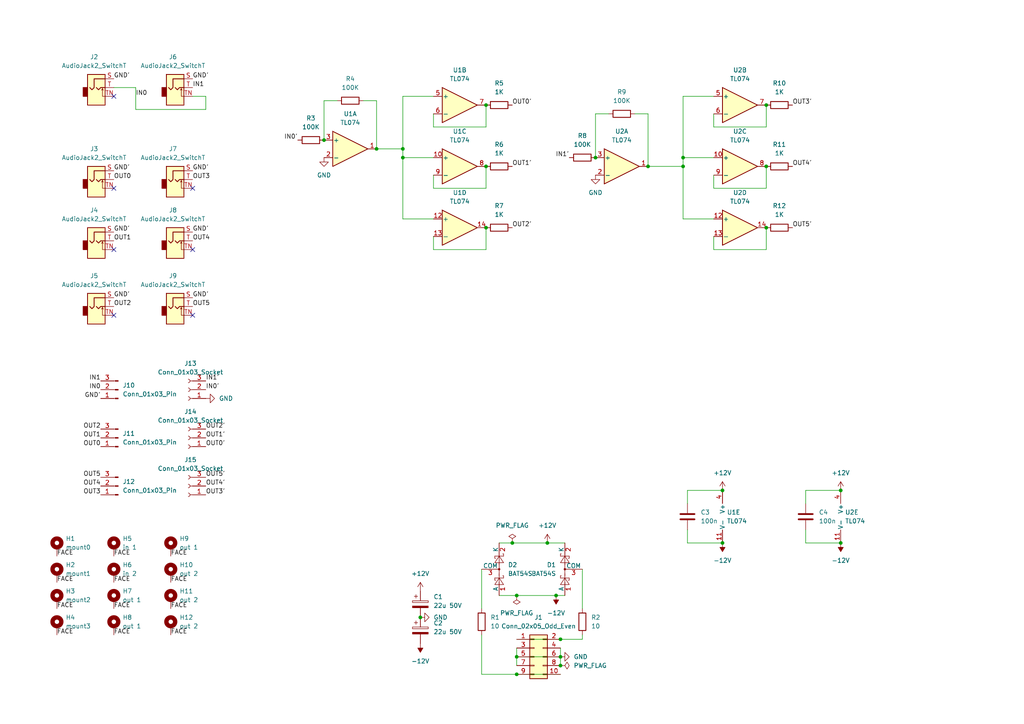
<source format=kicad_sch>
(kicad_sch (version 20230121) (generator eeschema)
  (paper "A4")
  (lib_symbols
    (symbol "Amplifier_Operational:TL074" (pin_names (offset 0.127))
      (property "Reference" "U" (at 0 5.08 0))
      (property "Value" "TL074" (at 0 -5.08 0))
      (symbol "TL074_1_1"
        (polyline (pts (xy -5.08 5.08) (xy 5.08 0) (xy -5.08 -5.08) (xy -5.08 5.08)) (stroke (width 0.254)) (fill (type background)))
        (pin output line (at 7.62 0 180) (length 2.54) (name "~") (number "1"))
        (pin input line (at -7.62 -2.54 0) (length 2.54) (name "-") (number "2"))
        (pin input line (at -7.62 2.54 0) (length 2.54) (name "+") (number "3"))
      )
      (symbol "TL074_2_1"
        (polyline (pts (xy -5.08 5.08) (xy 5.08 0) (xy -5.08 -5.08) (xy -5.08 5.08)) (stroke (width 0.254)) (fill (type background)))
        (pin input line (at -7.62 2.54 0) (length 2.54) (name "+") (number "5"))
        (pin input line (at -7.62 -2.54 0) (length 2.54) (name "-") (number "6"))
        (pin output line (at 7.62 0 180) (length 2.54) (name "~") (number "7"))
      )
      (symbol "TL074_3_1"
        (polyline (pts (xy -5.08 5.08) (xy 5.08 0) (xy -5.08 -5.08) (xy -5.08 5.08)) (stroke (width 0.254)) (fill (type background)))
        (pin input line (at -7.62 2.54 0) (length 2.54) (name "+") (number "10"))
        (pin output line (at 7.62 0 180) (length 2.54) (name "~") (number "8"))
        (pin input line (at -7.62 -2.54 0) (length 2.54) (name "-") (number "9"))
      )
      (symbol "TL074_4_1"
        (polyline (pts (xy -5.08 5.08) (xy 5.08 0) (xy -5.08 -5.08) (xy -5.08 5.08)) (stroke (width 0.254)) (fill (type background)))
        (pin input line (at -7.62 2.54 0) (length 2.54) (name "+") (number "12"))
        (pin input line (at -7.62 -2.54 0) (length 2.54) (name "-") (number "13"))
        (pin output line (at 7.62 0 180) (length 2.54) (name "~") (number "14"))
      )
      (symbol "TL074_5_1"
        (pin power_in line (at -2.54 -7.62 90) (length 3.81) (name "V-") (number "11"))
        (pin power_in line (at -2.54 7.62 270) (length 3.81) (name "V+") (number "4"))
      )
    )
    (symbol "Connector:Conn_01x03_Pin" (pin_names (offset 1.016) hide)
      (property "Reference" "J" (at 0 5.08 0))
      (property "Value" "Conn_01x03_Pin" (at 0 -5.08 0))
      (symbol "Conn_01x03_Pin_1_1"
        (polyline (pts (xy 1.27 -2.54) (xy 0.8636 -2.54)) (stroke (width 0.1524)))
        (polyline (pts (xy 1.27 0) (xy 0.8636 0)) (stroke (width 0.1524)))
        (polyline (pts (xy 1.27 2.54) (xy 0.8636 2.54)) (stroke (width 0.1524)))
        (rectangle (start 0.8636 -2.413) (end 0 -2.667) (stroke (width 0.1524)) (fill (type outline)))
        (rectangle (start 0.8636 0.127) (end 0 -0.127) (stroke (width 0.1524)) (fill (type outline)))
        (rectangle (start 0.8636 2.667) (end 0 2.413) (stroke (width 0.1524)) (fill (type outline)))
        (pin passive line (at 5.08 2.54 180) (length 3.81) (name "Pin_1") (number "1"))
        (pin passive line (at 5.08 0 180) (length 3.81) (name "Pin_2") (number "2"))
        (pin passive line (at 5.08 -2.54 180) (length 3.81) (name "Pin_3") (number "3"))
      )
    )
    (symbol "Connector:Conn_01x03_Socket" (pin_names (offset 1.016) hide)
      (property "Reference" "J" (at 0 5.08 0))
      (property "Value" "Conn_01x03_Socket" (at 0 -5.08 0))
      (symbol "Conn_01x03_Socket_1_1"
        (arc (start 0 -2.032) (mid -0.5058 -2.54) (end 0 -3.048) (stroke (width 0.1524)))
        (polyline (pts (xy -1.27 -2.54) (xy -0.508 -2.54)) (stroke (width 0.1524)))
        (polyline (pts (xy -1.27 0) (xy -0.508 0)) (stroke (width 0.1524)))
        (polyline (pts (xy -1.27 2.54) (xy -0.508 2.54)) (stroke (width 0.1524)))
        (arc (start 0 0.508) (mid -0.5058 0) (end 0 -0.508) (stroke (width 0.1524)))
        (arc (start 0 3.048) (mid -0.5058 2.54) (end 0 2.032) (stroke (width 0.1524)))
        (pin passive line (at -5.08 2.54 0) (length 3.81) (name "Pin_1") (number "1"))
        (pin passive line (at -5.08 0 0) (length 3.81) (name "Pin_2") (number "2"))
        (pin passive line (at -5.08 -2.54 0) (length 3.81) (name "Pin_3") (number "3"))
      )
    )
    (symbol "Device:C" (pin_numbers hide) (pin_names (offset 0.254))
      (property "Reference" "C" (at 0.635 2.54 0))
      (property "Value" "C" (at 0.635 -2.54 0))
      (symbol "C_0_1"
        (polyline (pts (xy -2.032 -0.762) (xy 2.032 -0.762)) (stroke (width 0.508)))
        (polyline (pts (xy -2.032 0.762) (xy 2.032 0.762)) (stroke (width 0.508)))
      )
      (symbol "C_1_1"
        (pin passive line (at 0 3.81 270) (length 2.794) (name "~") (number "1"))
        (pin passive line (at 0 -3.81 90) (length 2.794) (name "~") (number "2"))
      )
    )
    (symbol "Device:C_Polarized" (pin_numbers hide) (pin_names (offset 0.254))
      (property "Reference" "C" (at 0.635 2.54 0))
      (property "Value" "C_Polarized" (at 0.635 -2.54 0))
      (symbol "C_Polarized_0_1"
        (rectangle (start -2.286 0.508) (end 2.286 1.016))
        (polyline (pts (xy -1.778 2.286) (xy -0.762 2.286)))
        (polyline (pts (xy -1.27 2.794) (xy -1.27 1.778)))
        (rectangle (start 2.286 -0.508) (end -2.286 -1.016) (fill (type outline)))
      )
      (symbol "C_Polarized_1_1"
        (pin passive line (at 0 3.81 270) (length 2.794) (name "~") (number "1"))
        (pin passive line (at 0 -3.81 90) (length 2.794) (name "~") (number "2"))
      )
    )
    (symbol "Device:R" (pin_numbers hide) (pin_names (offset 0))
      (property "Reference" "R" (at 2.032 0 90))
      (property "Value" "R" (at 0 0 90))
      (symbol "R_0_1"
        (rectangle (start -1.016 -2.54) (end 1.016 2.54) (stroke (width 0.254)))
      )
      (symbol "R_1_1"
        (pin passive line (at 0 3.81 270) (length 1.27) (name "~") (number "1"))
        (pin passive line (at 0 -3.81 90) (length 1.27) (name "~") (number "2"))
      )
    )
    (symbol "Eurorack:AudioJack2_SwitchT"
      (property "Reference" "J" (at 0 8.89 0))
      (property "Value" "AudioJack2_SwitchT" (at 0 6.35 0))
      (symbol "AudioJack2_SwitchT_0_1"
        (rectangle (start -2.54 0) (end -3.81 -2.54) (stroke (width 0.254)) (fill (type outline)))
        (rectangle (start -2.54 3.81) (end 2.54 -5.08) (stroke (width 0.254)) (fill (type background)))
        (polyline (pts (xy 1.778 -0.254) (xy 2.032 -0.762)))
        (polyline (pts (xy 0 0) (xy 0.635 -0.635) (xy 1.27 0) (xy 2.54 0)) (stroke (width 0.254)))
        (polyline (pts (xy 2.54 -2.54) (xy 1.778 -2.54) (xy 1.778 -0.254) (xy 1.524 -0.762)))
        (polyline (pts (xy 2.54 2.54) (xy -0.635 2.54) (xy -0.635 0) (xy -1.27 -0.635) (xy -1.905 0)) (stroke (width 0.254)))
      )
      (symbol "AudioJack2_SwitchT_1_1"
        (pin passive line (at 5.08 2.54 180) (length 2.54) (name "~") (number "S"))
        (pin passive line (at 5.08 0 180) (length 2.54) (name "~") (number "T"))
        (pin passive line (at 5.08 -2.54 180) (length 2.54) (name "~") (number "TN"))
      )
    )
    (symbol "Eurorack:BAT54S" (pin_names (offset 0))
      (property "Reference" "D" (at 2.54 -5.08 0))
      (property "Value" "BAT54S" (at -6.35 3.175 0))
      (symbol "BAT54S_0_1"
        (polyline (pts (xy -3.81 0) (xy -1.27 0)))
        (polyline (pts (xy -3.175 -1.27) (xy -3.175 -1.016)))
        (polyline (pts (xy -2.54 -1.27) (xy -3.175 -1.27)))
        (polyline (pts (xy -2.54 -1.27) (xy -2.54 1.27)))
        (polyline (pts (xy -2.54 1.27) (xy -1.905 1.27)))
        (polyline (pts (xy -1.905 0) (xy 1.905 0)))
        (polyline (pts (xy -1.905 1.27) (xy -1.905 1.016)))
        (polyline (pts (xy 1.27 0) (xy 3.81 0)))
        (polyline (pts (xy 3.175 -1.27) (xy 3.175 -1.016)))
        (polyline (pts (xy 3.81 -1.27) (xy 3.175 -1.27)))
        (polyline (pts (xy 3.81 -1.27) (xy 3.81 1.27)))
        (polyline (pts (xy 3.81 1.27) (xy 4.445 1.27)))
        (polyline (pts (xy 4.445 1.27) (xy 4.445 1.016)))
        (polyline (pts (xy -4.445 1.27) (xy -4.445 -1.27) (xy -2.54 0) (xy -4.445 1.27)))
        (polyline (pts (xy 1.905 1.27) (xy 1.905 -1.27) (xy 3.81 0) (xy 1.905 1.27)))
        (circle (center 0 0) (radius 0.254) (fill (type outline)))
      )
      (symbol "BAT54S_1_1"
        (pin passive line (at -7.62 0 0) (length 3.81) (name "A") (number "1"))
        (pin passive line (at 7.62 0 180) (length 3.81) (name "K") (number "2"))
        (pin passive line (at 0 -5.08 90) (length 5.08) (name "COM") (number "3"))
      )
    )
    (symbol "Eurorack:Conn_02x05_Odd_Even" (pin_names (offset 1.016) hide)
      (property "Reference" "J" (at 1.27 7.62 0))
      (property "Value" "Conn_02x05_Odd_Even" (at 1.27 -7.62 0))
      (symbol "Conn_02x05_Odd_Even_1_1"
        (rectangle (start -1.27 -4.953) (end 0 -5.207) (stroke (width 0.1524)))
        (rectangle (start -1.27 -2.413) (end 0 -2.667) (stroke (width 0.1524)))
        (rectangle (start -1.27 0.127) (end 0 -0.127) (stroke (width 0.1524)))
        (rectangle (start -1.27 2.667) (end 0 2.413) (stroke (width 0.1524)))
        (rectangle (start -1.27 5.207) (end 0 4.953) (stroke (width 0.1524)))
        (rectangle (start -1.27 6.35) (end 3.81 -6.35) (stroke (width 0.254)) (fill (type background)))
        (rectangle (start 3.81 -4.953) (end 2.54 -5.207) (stroke (width 0.1524)))
        (rectangle (start 3.81 -2.413) (end 2.54 -2.667) (stroke (width 0.1524)))
        (rectangle (start 3.81 0.127) (end 2.54 -0.127) (stroke (width 0.1524)))
        (rectangle (start 3.81 2.667) (end 2.54 2.413) (stroke (width 0.1524)))
        (rectangle (start 3.81 5.207) (end 2.54 4.953) (stroke (width 0.1524)))
        (pin passive line (at -5.08 5.08 0) (length 3.81) (name "Pin_1") (number "1"))
        (pin passive line (at 7.62 -5.08 180) (length 3.81) (name "Pin_10") (number "10"))
        (pin passive line (at 7.62 5.08 180) (length 3.81) (name "Pin_2") (number "2"))
        (pin passive line (at -5.08 2.54 0) (length 3.81) (name "Pin_3") (number "3"))
        (pin passive line (at 7.62 2.54 180) (length 3.81) (name "Pin_4") (number "4"))
        (pin passive line (at -5.08 0 0) (length 3.81) (name "Pin_5") (number "5"))
        (pin passive line (at 7.62 0 180) (length 3.81) (name "Pin_6") (number "6"))
        (pin passive line (at -5.08 -2.54 0) (length 3.81) (name "Pin_7") (number "7"))
        (pin passive line (at 7.62 -2.54 180) (length 3.81) (name "Pin_8") (number "8"))
        (pin passive line (at -5.08 -5.08 0) (length 3.81) (name "Pin_9") (number "9"))
      )
    )
    (symbol "Eurorack:MountingHole_Pad_Output" (pin_numbers hide) (pin_names (offset 1.016) hide) (in_bom no)
      (property "Reference" "H" (at 0 6.35 0))
      (property "Value" "MountingHole_Pad_Output" (at 0 4.445 0))
      (symbol "MountingHole_Pad_Output_0_1"
        (circle (center 0 1.27) (radius 1.27) (stroke (width 1.27)))
      )
      (symbol "MountingHole_Pad_Output_1_1"
        (pin output line (at 0 -2.54 90) (length 2.54) (name "1") (number "1"))
      )
    )
    (symbol "Mechanical:MountingHole_Pad" (pin_numbers hide) (pin_names (offset 1.016) hide)
      (property "Reference" "H" (at 0 6.35 0))
      (property "Value" "MountingHole_Pad" (at 0 4.445 0))
      (symbol "MountingHole_Pad_0_1"
        (circle (center 0 1.27) (radius 1.27) (stroke (width 1.27)))
      )
      (symbol "MountingHole_Pad_1_1"
        (pin input line (at 0 -2.54 90) (length 2.54) (name "1") (number "1"))
      )
    )
    (symbol "power:+12V" (power) (pin_names (offset 0))
      (property "Value" "+12V" (at 0 3.556 0))
      (symbol "+12V_0_1"
        (polyline (pts (xy -0.762 1.27) (xy 0 2.54)))
        (polyline (pts (xy 0 0) (xy 0 2.54)))
        (polyline (pts (xy 0 2.54) (xy 0.762 1.27)))
      )
      (symbol "+12V_1_1"
        (pin power_in line (at 0 0 90) (length 0) hide (name "+12V") (number "1"))
      )
    )
    (symbol "power:-12V" (power) (pin_names (offset 0))
      (property "Value" "-12V" (at 0 3.81 0))
      (symbol "-12V_0_0"
        (pin power_in line (at 0 0 90) (length 0) hide (name "-12V") (number "1"))
      )
      (symbol "-12V_0_1"
        (polyline (pts (xy 0 0) (xy 0 1.27) (xy 0.762 1.27) (xy 0 2.54) (xy -0.762 1.27) (xy 0 1.27)) (fill (type outline)))
      )
    )
    (symbol "power:GND" (power) (pin_names (offset 0))
      (property "Value" "GND" (at 0 -3.81 0))
      (symbol "GND_0_1"
        (polyline (pts (xy 0 0) (xy 0 -1.27) (xy 1.27 -1.27) (xy 0 -2.54) (xy -1.27 -1.27) (xy 0 -1.27)))
      )
      (symbol "GND_1_1"
        (pin power_in line (at 0 0 270) (length 0) hide (name "GND") (number "1"))
      )
    )
    (symbol "power:PWR_FLAG" (power) (pin_numbers hide) (pin_names (offset 0) hide)
      (property "Value" "PWR_FLAG" (at 0 3.81 0))
      (symbol "PWR_FLAG_0_0"
        (pin power_out line (at 0 0 90) (length 0) (name "pwr") (number "1"))
      )
      (symbol "PWR_FLAG_0_1"
        (polyline (pts (xy 0 0) (xy 0 1.27) (xy -1.016 1.905) (xy 0 2.54) (xy 1.016 1.905) (xy 0 1.27)))
      )
    )
  )
  (junction (at 116.84 43.18))
  (junction (at 222.25 66.04))
  (junction (at 149.86 172.72))
  (junction (at 93.98 40.64))
  (junction (at 116.84 45.72))
  (junction (at 222.25 30.48))
  (junction (at 140.97 66.04))
  (junction (at 149.86 195.58))
  (junction (at 148.59 157.48))
  (junction (at 243.84 142.24))
  (junction (at 209.55 142.24))
  (junction (at 162.56 193.04))
  (junction (at 109.22 43.18))
  (junction (at 149.86 190.5))
  (junction (at 209.55 157.48))
  (junction (at 161.29 172.72))
  (junction (at 121.92 179.07))
  (junction (at 172.72 45.72))
  (junction (at 140.97 48.26))
  (junction (at 187.96 48.26))
  (junction (at 158.75 157.48))
  (junction (at 198.12 48.26))
  (junction (at 243.84 157.48))
  (junction (at 162.56 185.42))
  (junction (at 162.56 190.5))
  (junction (at 222.25 48.26))
  (junction (at 140.97 30.48))
  (junction (at 198.12 45.72))
  (no_connect (at 33.02 54.61))
  (no_connect (at 33.02 91.44))
  (no_connect (at 55.88 91.44))
  (no_connect (at 33.02 27.94))
  (no_connect (at 55.88 54.61))
  (no_connect (at 55.88 72.39))
  (no_connect (at 33.02 72.39))
  (wire (pts (xy 207.01 33.02) (xy 207.01 36.83)))
  (wire (pts (xy 144.78 157.48) (xy 148.59 157.48)))
  (wire (pts (xy 233.68 157.48) (xy 243.84 157.48)))
  (wire (pts (xy 184.15 33.02) (xy 187.96 33.02)))
  (wire (pts (xy 148.59 157.48) (xy 158.75 157.48)))
  (wire (pts (xy 222.25 54.61) (xy 222.25 48.26)))
  (wire (pts (xy 168.91 185.42) (xy 168.91 184.15)))
  (wire (pts (xy 125.73 27.94) (xy 116.84 27.94)))
  (wire (pts (xy 109.22 29.21) (xy 109.22 43.18)))
  (wire (pts (xy 149.86 190.5) (xy 162.56 190.5)))
  (wire (pts (xy 207.01 54.61) (xy 222.25 54.61)))
  (wire (pts (xy 125.73 45.72) (xy 116.84 45.72)))
  (wire (pts (xy 198.12 63.5) (xy 207.01 63.5)))
  (wire (pts (xy 207.01 68.58) (xy 207.01 72.39)))
  (wire (pts (xy 144.78 172.72) (xy 149.86 172.72)))
  (wire (pts (xy 125.73 68.58) (xy 125.73 72.39)))
  (wire (pts (xy 149.86 187.96) (xy 149.86 190.5)))
  (wire (pts (xy 199.39 142.24) (xy 199.39 146.05)))
  (wire (pts (xy 222.25 36.83) (xy 222.25 30.48)))
  (wire (pts (xy 207.01 72.39) (xy 222.25 72.39)))
  (wire (pts (xy 233.68 142.24) (xy 243.84 142.24)))
  (wire (pts (xy 187.96 48.26) (xy 198.12 48.26)))
  (wire (pts (xy 198.12 45.72) (xy 207.01 45.72)))
  (wire (pts (xy 207.01 27.94) (xy 198.12 27.94)))
  (wire (pts (xy 59.69 27.94) (xy 55.88 27.94)))
  (wire (pts (xy 125.73 36.83) (xy 140.97 36.83)))
  (wire (pts (xy 140.97 54.61) (xy 140.97 48.26)))
  (wire (pts (xy 33.02 25.4) (xy 39.37 25.4)))
  (wire (pts (xy 116.84 43.18) (xy 116.84 45.72)))
  (wire (pts (xy 233.68 153.67) (xy 233.68 157.48)))
  (wire (pts (xy 198.12 48.26) (xy 198.12 63.5)))
  (wire (pts (xy 116.84 45.72) (xy 116.84 63.5)))
  (wire (pts (xy 233.68 146.05) (xy 233.68 142.24)))
  (wire (pts (xy 187.96 33.02) (xy 187.96 48.26)))
  (wire (pts (xy 116.84 27.94) (xy 116.84 43.18)))
  (wire (pts (xy 207.01 50.8) (xy 207.01 54.61)))
  (wire (pts (xy 162.56 190.5) (xy 162.56 193.04)))
  (wire (pts (xy 149.86 185.42) (xy 162.56 185.42)))
  (wire (pts (xy 176.53 33.02) (xy 172.72 33.02)))
  (wire (pts (xy 109.22 43.18) (xy 116.84 43.18)))
  (wire (pts (xy 149.86 172.72) (xy 161.29 172.72)))
  (wire (pts (xy 59.69 31.75) (xy 59.69 27.94)))
  (wire (pts (xy 199.39 157.48) (xy 209.55 157.48)))
  (wire (pts (xy 222.25 72.39) (xy 222.25 66.04)))
  (wire (pts (xy 39.37 31.75) (xy 59.69 31.75)))
  (wire (pts (xy 198.12 27.94) (xy 198.12 45.72)))
  (wire (pts (xy 162.56 187.96) (xy 162.56 190.5)))
  (wire (pts (xy 161.29 172.72) (xy 163.83 172.72)))
  (wire (pts (xy 93.98 40.64) (xy 93.98 29.21)))
  (wire (pts (xy 125.73 50.8) (xy 125.73 54.61)))
  (wire (pts (xy 139.7 195.58) (xy 139.7 184.15)))
  (wire (pts (xy 172.72 33.02) (xy 172.72 45.72)))
  (wire (pts (xy 209.55 142.24) (xy 199.39 142.24)))
  (wire (pts (xy 162.56 185.42) (xy 168.91 185.42)))
  (wire (pts (xy 93.98 29.21) (xy 97.79 29.21)))
  (wire (pts (xy 125.73 54.61) (xy 140.97 54.61)))
  (wire (pts (xy 149.86 195.58) (xy 139.7 195.58)))
  (wire (pts (xy 139.7 165.1) (xy 139.7 176.53)))
  (wire (pts (xy 140.97 72.39) (xy 140.97 66.04)))
  (wire (pts (xy 125.73 72.39) (xy 140.97 72.39)))
  (wire (pts (xy 162.56 195.58) (xy 149.86 195.58)))
  (wire (pts (xy 39.37 25.4) (xy 39.37 31.75)))
  (wire (pts (xy 198.12 45.72) (xy 198.12 48.26)))
  (wire (pts (xy 116.84 63.5) (xy 125.73 63.5)))
  (wire (pts (xy 105.41 29.21) (xy 109.22 29.21)))
  (wire (pts (xy 149.86 190.5) (xy 149.86 193.04)))
  (wire (pts (xy 168.91 165.1) (xy 168.91 176.53)))
  (wire (pts (xy 158.75 157.48) (xy 163.83 157.48)))
  (wire (pts (xy 207.01 36.83) (xy 222.25 36.83)))
  (wire (pts (xy 125.73 33.02) (xy 125.73 36.83)))
  (wire (pts (xy 199.39 153.67) (xy 199.39 157.48)))
  (wire (pts (xy 140.97 36.83) (xy 140.97 30.48)))
  (label "OUT1'" (at 59.69 127 0))
  (label "IN1'" (at 59.69 110.49 0))
  (label "FACE" (at 49.53 168.91 0))
  (label "OUT4" (at 55.88 69.85 0))
  (label "OUT4'" (at 59.69 140.97 0))
  (label "FACE" (at 16.51 184.15 0))
  (label "GND'" (at 55.88 86.36 0))
  (label "OUT5" (at 55.88 88.9 0))
  (label "IN1" (at 55.88 25.4 0))
  (label "OUT0" (at 33.02 52.07 0))
  (label "IN1'" (at 165.1 45.72 180))
  (label "FACE" (at 49.53 184.15 0))
  (label "GND'" (at 55.88 49.53 0))
  (label "GND'" (at 55.88 67.31 0))
  (label "FACE" (at 33.02 184.15 0))
  (label "FACE" (at 16.51 161.29 0))
  (label "IN0" (at 39.37 27.94 0))
  (label "IN1" (at 29.21 110.49 180))
  (label "FACE" (at 33.02 161.29 0))
  (label "FACE" (at 16.51 176.53 0))
  (label "GND'" (at 33.02 86.36 0))
  (label "OUT0'" (at 148.59 30.48 0))
  (label "OUT3" (at 29.21 143.51 180))
  (label "OUT2" (at 33.02 88.9 0))
  (label "OUT0" (at 29.21 129.54 180))
  (label "IN0'" (at 59.69 113.03 0))
  (label "OUT2'" (at 148.59 66.04 0))
  (label "GND'" (at 33.02 22.86 0))
  (label "OUT5'" (at 59.69 138.43 0))
  (label "OUT0'" (at 59.69 129.54 0))
  (label "OUT2" (at 29.21 124.46 180))
  (label "OUT1'" (at 148.59 48.26 0))
  (label "GND'" (at 29.21 115.57 180))
  (label "OUT2'" (at 59.69 124.46 0))
  (label "OUT5" (at 29.21 138.43 180))
  (label "OUT3'" (at 59.69 143.51 0))
  (label "GND'" (at 55.88 22.86 0))
  (label "FACE" (at 49.53 161.29 0))
  (label "FACE" (at 33.02 176.53 0))
  (label "IN0" (at 29.21 113.03 180))
  (label "OUT4'" (at 229.87 48.26 0))
  (label "OUT3'" (at 229.87 30.48 0))
  (label "OUT3" (at 55.88 52.07 0))
  (label "OUT4" (at 29.21 140.97 180))
  (label "GND'" (at 33.02 49.53 0))
  (label "OUT5'" (at 229.87 66.04 0))
  (label "IN0'" (at 86.36 40.64 180))
  (label "FACE" (at 16.51 168.91 0))
  (label "FACE" (at 49.53 176.53 0))
  (label "OUT1" (at 33.02 69.85 0))
  (label "FACE" (at 33.02 168.91 0))
  (label "OUT1" (at 29.21 127 180))
  (label "GND'" (at 33.02 67.31 0))
  (symbol (lib_id "power:-12V") (at 161.29 172.72 180) (unit 1)
    (property "Reference" "#PWR05" (effects hide))
    (property "Value" "-12V" (at 161.29 177.8 0))
  )
  (symbol (lib_id "Device:R") (at 226.06 66.04 90) (unit 1)
    (property "Reference" "R12" (at 226.06 59.69 90))
    (property "Value" "1K" (at 226.06 62.23 90))
    (property "Footprint" "Resistor_SMD:R_0805_2012Metric" (effects hide))
  )
  (symbol (lib_id "Amplifier_Operational:TL074") (at 214.63 66.04 0) (unit 4)
    (property "Reference" "U2" (at 214.63 55.88 0))
    (property "Value" "TL074" (at 214.63 58.42 0))
    (property "Footprint" "Package_SO:SOIC-14_3.9x8.7mm_P1.27mm" (effects hide))
    (property "Datasheet" "http://www.ti.com/lit/ds/symlink/tl071.pdf" (effects hide))
    (property "Vendor" "Mouser" (effects hide))
    (property "PartNum" "595-TL074CDR" (effects hide))
  )
  (symbol (lib_id "Amplifier_Operational:TL074") (at 133.35 48.26 0) (unit 3)
    (property "Reference" "U1" (at 133.35 38.1 0))
    (property "Value" "TL074" (at 133.35 40.64 0))
    (property "Footprint" "Package_SO:SOIC-14_3.9x8.7mm_P1.27mm" (effects hide))
    (property "Datasheet" "http://www.ti.com/lit/ds/symlink/tl071.pdf" (effects hide))
    (property "Vendor" "Mouser" (effects hide))
    (property "PartNum" "595-TL074CDR" (effects hide))
  )
  (symbol (lib_id "Connector:Conn_01x03_Pin") (at 34.29 127 180) (unit 1)
    (property "Reference" "J11" (at 35.56 125.73 0) (effects (justify right)))
    (property "Value" "Conn_01x03_Pin" (at 35.56 128.27 0) (effects (justify right)))
    (property "Footprint" "Connector_PinHeader_2.54mm:PinHeader_1x03_P2.54mm_Vertical" (effects hide))
  )
  (symbol (lib_id "Connector:Conn_01x03_Socket") (at 54.61 140.97 180) (unit 1)
    (property "Reference" "J15" (at 55.245 133.35 0))
    (property "Value" "Conn_01x03_Socket" (at 55.245 135.89 0))
    (property "Footprint" "Connector_PinSocket_2.54mm:PinSocket_1x03_P2.54mm_Vertical" (effects hide))
  )
  (symbol (lib_id "Eurorack:AudioJack2_SwitchT") (at 50.8 25.4 0) (unit 1)
    (property "Reference" "J6" (at 50.165 16.51 0))
    (property "Value" "AudioJack2_SwitchT" (at 50.165 19.05 0))
    (property "Footprint" "Eurorack:AudioJack2_Tayda_A-2566" (effects hide))
    (property "Vendor" "Tayda" (effects hide))
    (property "PartNum" "A-2566" (effects hide))
  )
  (symbol (lib_id "power:GND") (at 93.98 45.72 0) (unit 1)
    (property "Reference" "#PWR015" (effects hide))
    (property "Value" "GND" (at 93.98 50.8 0))
  )
  (symbol (lib_id "Device:R") (at 180.34 33.02 90) (unit 1)
    (property "Reference" "R9" (at 180.34 26.67 90))
    (property "Value" "100K" (at 180.34 29.21 90))
    (property "Footprint" "Resistor_SMD:R_0805_2012Metric" (effects hide))
  )
  (symbol (lib_id "Connector:Conn_01x03_Socket") (at 54.61 127 180) (unit 1)
    (property "Reference" "J14" (at 55.245 119.38 0))
    (property "Value" "Conn_01x03_Socket" (at 55.245 121.92 0))
    (property "Footprint" "Connector_PinSocket_2.54mm:PinSocket_1x03_P2.54mm_Vertical" (effects hide))
  )
  (symbol (lib_id "Eurorack:AudioJack2_SwitchT") (at 27.94 52.07 0) (unit 1)
    (property "Reference" "J3" (at 27.305 43.18 0))
    (property "Value" "AudioJack2_SwitchT" (at 27.305 45.72 0))
    (property "Footprint" "Eurorack:AudioJack2_Tayda_A-2566" (effects hide))
    (property "Vendor" "Tayda" (effects hide))
    (property "PartNum" "A-2566" (effects hide))
  )
  (symbol (lib_id "Amplifier_Operational:TL074") (at 101.6 43.18 0) (unit 1)
    (property "Reference" "U1" (at 101.6 33.02 0))
    (property "Value" "TL074" (at 101.6 35.56 0))
    (property "Footprint" "Package_SO:SOIC-14_3.9x8.7mm_P1.27mm" (effects hide))
    (property "Datasheet" "http://www.ti.com/lit/ds/symlink/tl071.pdf" (effects hide))
    (property "Vendor" "Mouser" (effects hide))
    (property "PartNum" "595-TL074CDR" (effects hide))
  )
  (symbol (lib_id "Eurorack:AudioJack2_SwitchT") (at 27.94 25.4 0) (unit 1)
    (property "Reference" "J2" (at 27.305 16.51 0))
    (property "Value" "AudioJack2_SwitchT" (at 27.305 19.05 0))
    (property "Footprint" "Eurorack:AudioJack2_Tayda_A-2566" (effects hide))
    (property "Vendor" "Tayda" (effects hide))
    (property "PartNum" "A-2566" (effects hide))
  )
  (symbol (lib_id "Mechanical:MountingHole_Pad") (at 33.02 166.37 0) (unit 1) (in_bom no)
    (property "Reference" "H6" (at 35.56 163.83 0) (effects (justify left)))
    (property "Value" "in 2" (at 35.56 166.37 0) (effects (justify left)))
    (property "Footprint" "Eurorack:Mech-AudioJack-Hole" (effects hide))
  )
  (symbol (lib_id "Device:R") (at 226.06 30.48 90) (unit 1)
    (property "Reference" "R10" (at 226.06 24.13 90))
    (property "Value" "1K" (at 226.06 26.67 90))
    (property "Footprint" "Resistor_SMD:R_0805_2012Metric" (effects hide))
  )
  (symbol (lib_id "Eurorack:AudioJack2_SwitchT") (at 50.8 69.85 0) (unit 1)
    (property "Reference" "J8" (at 50.165 60.96 0))
    (property "Value" "AudioJack2_SwitchT" (at 50.165 63.5 0))
    (property "Footprint" "Eurorack:AudioJack2_Tayda_A-2566" (effects hide))
    (property "Vendor" "Tayda" (effects hide))
    (property "PartNum" "A-2566" (effects hide))
  )
  (symbol (lib_id "Device:R") (at 101.6 29.21 90) (unit 1)
    (property "Reference" "R4" (at 101.6 22.86 90))
    (property "Value" "100K" (at 101.6 25.4 90))
    (property "Footprint" "Resistor_SMD:R_0805_2012Metric" (effects hide))
  )
  (symbol (lib_id "power:-12V") (at 209.55 157.48 180) (unit 1)
    (property "Reference" "#PWR018" (effects hide))
    (property "Value" "-12V" (at 209.55 162.56 0))
  )
  (symbol (lib_id "Device:C") (at 233.68 149.86 0) (unit 1)
    (property "Reference" "C4" (at 237.49 148.59 0) (effects (justify left)))
    (property "Value" "100n" (at 237.49 151.13 0) (effects (justify left)))
    (property "Footprint" "Capacitor_SMD:C_0805_2012Metric" (effects hide))
  )
  (symbol (lib_id "Device:R") (at 144.78 66.04 90) (unit 1)
    (property "Reference" "R7" (at 144.78 59.69 90))
    (property "Value" "1K" (at 144.78 62.23 90))
    (property "Footprint" "Resistor_SMD:R_0805_2012Metric" (effects hide))
  )
  (symbol (lib_id "Eurorack:AudioJack2_SwitchT") (at 27.94 88.9 0) (unit 1)
    (property "Reference" "J5" (at 27.305 80.01 0))
    (property "Value" "AudioJack2_SwitchT" (at 27.305 82.55 0))
    (property "Footprint" "Eurorack:AudioJack2_Tayda_A-2566" (effects hide))
    (property "Vendor" "Tayda" (effects hide))
    (property "PartNum" "A-2566" (effects hide))
  )
  (symbol (lib_id "Mechanical:MountingHole_Pad") (at 49.53 173.99 0) (unit 1) (in_bom no)
    (property "Reference" "H11" (at 52.07 171.45 0) (effects (justify left)))
    (property "Value" "out 2" (at 52.07 173.99 0) (effects (justify left)))
    (property "Footprint" "Eurorack:Mech-AudioJack-Hole-Output" (effects hide))
  )
  (symbol (lib_id "Device:R") (at 144.78 48.26 90) (unit 1)
    (property "Reference" "R6" (at 144.78 41.91 90))
    (property "Value" "1K" (at 144.78 44.45 90))
    (property "Footprint" "Resistor_SMD:R_0805_2012Metric" (effects hide))
  )
  (symbol (lib_id "Eurorack:MountingHole_Pad_Output") (at 16.51 158.75 0) (unit 1) (in_bom no)
    (property "Reference" "H1" (at 19.05 156.21 0) (effects (justify left)))
    (property "Value" "mount0" (at 19.05 158.75 0) (effects (justify left)))
    (property "Footprint" "Eurorack:Mech-MountingHole" (effects hide))
  )
  (symbol (lib_id "Eurorack:AudioJack2_SwitchT") (at 50.8 88.9 0) (unit 1)
    (property "Reference" "J9" (at 50.165 80.01 0))
    (property "Value" "AudioJack2_SwitchT" (at 50.165 82.55 0))
    (property "Footprint" "Eurorack:AudioJack2_Tayda_A-2566" (effects hide))
    (property "Vendor" "Tayda" (effects hide))
    (property "PartNum" "A-2566" (effects hide))
  )
  (symbol (lib_id "power:+12V") (at 243.84 142.24 0) (unit 1)
    (property "Reference" "#PWR017" (effects hide))
    (property "Value" "+12V" (at 243.84 137.16 0))
  )
  (symbol (lib_id "Eurorack:BAT54S") (at 163.83 165.1 90) (unit 1)
    (property "Reference" "D1" (at 161.29 163.83 90) (effects (justify left)))
    (property "Value" "BAT54S" (at 161.29 166.37 90) (effects (justify left)))
    (property "Footprint" "Package_TO_SOT_SMD:SOT-23" (effects hide))
    (property "Datasheet" "https://www.diodes.com/assets/Datasheets/ds11005.pdf" (effects hide))
    (property "Vendor" "Mouser" (effects hide))
    (property "PartNum" "863-BAT54SLT1G" (effects hide))
  )
  (symbol (lib_id "Mechanical:MountingHole_Pad") (at 33.02 181.61 0) (unit 1) (in_bom no)
    (property "Reference" "H8" (at 35.56 179.07 0) (effects (justify left)))
    (property "Value" "out 1" (at 35.56 181.61 0) (effects (justify left)))
    (property "Footprint" "Eurorack:Mech-AudioJack-Hole-Output" (effects hide))
  )
  (symbol (lib_id "Connector:Conn_01x03_Socket") (at 54.61 113.03 180) (unit 1)
    (property "Reference" "J13" (at 55.245 105.41 0))
    (property "Value" "Conn_01x03_Socket" (at 55.245 107.95 0))
    (property "Footprint" "Connector_PinSocket_2.54mm:PinSocket_1x03_P2.54mm_Vertical" (effects hide))
  )
  (symbol (lib_id "Device:R") (at 168.91 180.34 0) (unit 1)
    (property "Reference" "R2" (at 171.45 179.07 0) (effects (justify left)))
    (property "Value" "10" (at 171.45 181.61 0) (effects (justify left)))
    (property "Footprint" "Resistor_SMD:R_0805_2012Metric" (effects hide))
  )
  (symbol (lib_id "Device:R") (at 90.17 40.64 90) (unit 1)
    (property "Reference" "R3" (at 90.17 34.29 90))
    (property "Value" "100K" (at 90.17 36.83 90))
    (property "Footprint" "Resistor_SMD:R_0805_2012Metric" (effects hide))
  )
  (symbol (lib_id "Amplifier_Operational:TL074") (at 246.38 149.86 0) (unit 5)
    (property "Reference" "U2" (at 245.11 148.59 0) (effects (justify left)))
    (property "Value" "TL074" (at 245.11 151.13 0) (effects (justify left)))
    (property "Footprint" "Package_SO:SOIC-14_3.9x8.7mm_P1.27mm" (effects hide))
    (property "Datasheet" "http://www.ti.com/lit/ds/symlink/tl071.pdf" (effects hide))
    (property "Vendor" "Mouser" (effects hide))
    (property "PartNum" "595-TL074CDR" (effects hide))
  )
  (symbol (lib_id "Eurorack:BAT54S") (at 144.78 165.1 270) (mirror x) (unit 1)
    (property "Reference" "D2" (at 147.32 163.83 90) (effects (justify left)))
    (property "Value" "BAT54S" (at 147.32 166.37 90) (effects (justify left)))
    (property "Footprint" "Package_TO_SOT_SMD:SOT-23" (effects hide))
    (property "Datasheet" "https://www.diodes.com/assets/Datasheets/ds11005.pdf" (effects hide))
    (property "Vendor" "Mouser" (effects hide))
    (property "PartNum" "863-BAT54SLT1G" (effects hide))
  )
  (symbol (lib_id "Mechanical:MountingHole_Pad") (at 16.51 173.99 0) (unit 1) (in_bom no)
    (property "Reference" "H3" (at 19.05 171.45 0) (effects (justify left)))
    (property "Value" "mount2" (at 19.05 173.99 0) (effects (justify left)))
    (property "Footprint" "Eurorack:Mech-MountingHole" (effects hide))
  )
  (symbol (lib_id "power:PWR_FLAG") (at 148.59 157.48 0) (unit 1)
    (property "Reference" "#FLG03" (effects hide))
    (property "Value" "PWR_FLAG" (at 148.59 152.4 0))
  )
  (symbol (lib_id "power:PWR_FLAG") (at 162.56 193.04 270) (unit 1)
    (property "Reference" "#FLG01" (effects hide))
    (property "Value" "PWR_FLAG" (at 166.37 193.04 90) (effects (justify left)))
  )
  (symbol (lib_id "Connector:Conn_01x03_Pin") (at 34.29 140.97 180) (unit 1)
    (property "Reference" "J12" (at 35.56 139.7 0) (effects (justify right)))
    (property "Value" "Conn_01x03_Pin" (at 35.56 142.24 0) (effects (justify right)))
    (property "Footprint" "Connector_PinHeader_2.54mm:PinHeader_1x03_P2.54mm_Vertical" (effects hide))
  )
  (symbol (lib_id "Connector:Conn_01x03_Pin") (at 34.29 113.03 180) (unit 1)
    (property "Reference" "J10" (at 35.56 111.76 0) (effects (justify right)))
    (property "Value" "Conn_01x03_Pin" (at 35.56 114.3 0) (effects (justify right)))
    (property "Footprint" "Connector_PinHeader_2.54mm:PinHeader_1x03_P2.54mm_Vertical" (effects hide))
  )
  (symbol (lib_id "Amplifier_Operational:TL074") (at 180.34 48.26 0) (unit 1)
    (property "Reference" "U2" (at 180.34 38.1 0))
    (property "Value" "TL074" (at 180.34 40.64 0))
    (property "Footprint" "Package_SO:SOIC-14_3.9x8.7mm_P1.27mm" (effects hide))
    (property "Datasheet" "http://www.ti.com/lit/ds/symlink/tl071.pdf" (effects hide))
    (property "Vendor" "Mouser" (effects hide))
    (property "PartNum" "595-TL074CDR" (effects hide))
  )
  (symbol (lib_id "power:GND") (at 121.92 179.07 90) (unit 1)
    (property "Reference" "#PWR02" (effects hide))
    (property "Value" "GND" (at 125.73 179.07 90) (effects (justify right)))
  )
  (symbol (lib_id "power:-12V") (at 243.84 157.48 180) (unit 1)
    (property "Reference" "#PWR019" (effects hide))
    (property "Value" "-12V" (at 243.84 162.56 0))
  )
  (symbol (lib_id "power:PWR_FLAG") (at 149.86 172.72 180) (unit 1)
    (property "Reference" "#FLG02" (effects hide))
    (property "Value" "PWR_FLAG" (at 149.86 177.8 0))
  )
  (symbol (lib_id "Mechanical:MountingHole_Pad") (at 16.51 181.61 0) (unit 1) (in_bom no)
    (property "Reference" "H4" (at 19.05 179.07 0) (effects (justify left)))
    (property "Value" "mount3" (at 19.05 181.61 0) (effects (justify left)))
    (property "Footprint" "Eurorack:Mech-MountingHole" (effects hide))
  )
  (symbol (lib_id "Device:C_Polarized") (at 121.92 182.88 0) (unit 1)
    (property "Reference" "C2" (at 125.73 180.721 0) (effects (justify left)))
    (property "Value" "22u 50V" (at 125.73 183.261 0) (effects (justify left)))
    (property "Footprint" "Capacitor_THT:CP_Radial_D5.0mm_P2.50mm" (effects hide))
  )
  (symbol (lib_id "Eurorack:Conn_02x05_Odd_Even") (at 154.94 190.5 0) (unit 1)
    (property "Reference" "J1" (at 156.21 179.07 0))
    (property "Value" "Conn_02x05_Odd_Even" (at 156.21 181.61 0))
    (property "Footprint" "Eurorack:PinHeader_2x05_P2.54mm_Vertical" (effects hide))
    (property "Vendor" "Tayda" (effects hide))
    (property "PartNum" "A-2939" (effects hide))
  )
  (symbol (lib_id "Amplifier_Operational:TL074") (at 214.63 30.48 0) (unit 2)
    (property "Reference" "U2" (at 214.63 20.32 0))
    (property "Value" "TL074" (at 214.63 22.86 0))
    (property "Footprint" "Package_SO:SOIC-14_3.9x8.7mm_P1.27mm" (effects hide))
    (property "Datasheet" "http://www.ti.com/lit/ds/symlink/tl071.pdf" (effects hide))
    (property "Vendor" "Mouser" (effects hide))
    (property "PartNum" "595-TL074CDR" (effects hide))
  )
  (symbol (lib_id "Mechanical:MountingHole_Pad") (at 16.51 166.37 0) (unit 1) (in_bom no)
    (property "Reference" "H2" (at 19.05 163.83 0) (effects (justify left)))
    (property "Value" "mount1" (at 19.05 166.37 0) (effects (justify left)))
    (property "Footprint" "Eurorack:Mech-MountingHole" (effects hide))
  )
  (symbol (lib_id "Mechanical:MountingHole_Pad") (at 49.53 181.61 0) (unit 1) (in_bom no)
    (property "Reference" "H12" (at 52.07 179.07 0) (effects (justify left)))
    (property "Value" "out 2" (at 52.07 181.61 0) (effects (justify left)))
    (property "Footprint" "Eurorack:Mech-AudioJack-Hole-Output" (effects hide))
  )
  (symbol (lib_id "power:-12V") (at 121.92 186.69 180) (unit 1)
    (property "Reference" "#PWR06" (effects hide))
    (property "Value" "-12V" (at 121.92 191.77 0))
  )
  (symbol (lib_id "Device:C_Polarized") (at 121.92 175.26 0) (unit 1)
    (property "Reference" "C1" (at 125.73 173.101 0) (effects (justify left)))
    (property "Value" "22u 50V" (at 125.73 175.641 0) (effects (justify left)))
    (property "Footprint" "Capacitor_THT:CP_Radial_D5.0mm_P2.50mm" (effects hide))
  )
  (symbol (lib_id "Mechanical:MountingHole_Pad") (at 33.02 173.99 0) (unit 1) (in_bom no)
    (property "Reference" "H7" (at 35.56 171.45 0) (effects (justify left)))
    (property "Value" "out 1" (at 35.56 173.99 0) (effects (justify left)))
    (property "Footprint" "Eurorack:Mech-AudioJack-Hole-Output" (effects hide))
  )
  (symbol (lib_id "Amplifier_Operational:TL074") (at 133.35 66.04 0) (unit 4)
    (property "Reference" "U1" (at 133.35 55.88 0))
    (property "Value" "TL074" (at 133.35 58.42 0))
    (property "Footprint" "Package_SO:SOIC-14_3.9x8.7mm_P1.27mm" (effects hide))
    (property "Datasheet" "http://www.ti.com/lit/ds/symlink/tl071.pdf" (effects hide))
    (property "Vendor" "Mouser" (effects hide))
    (property "PartNum" "595-TL074CDR" (effects hide))
  )
  (symbol (lib_id "Eurorack:AudioJack2_SwitchT") (at 27.94 69.85 0) (unit 1)
    (property "Reference" "J4" (at 27.305 60.96 0))
    (property "Value" "AudioJack2_SwitchT" (at 27.305 63.5 0))
    (property "Footprint" "Eurorack:AudioJack2_Tayda_A-2566" (effects hide))
    (property "Vendor" "Tayda" (effects hide))
    (property "PartNum" "A-2566" (effects hide))
  )
  (symbol (lib_id "Device:R") (at 139.7 180.34 0) (unit 1)
    (property "Reference" "R1" (at 142.24 179.07 0) (effects (justify left)))
    (property "Value" "10" (at 142.24 181.61 0) (effects (justify left)))
    (property "Footprint" "Resistor_SMD:R_0805_2012Metric" (effects hide))
  )
  (symbol (lib_id "Device:R") (at 226.06 48.26 90) (unit 1)
    (property "Reference" "R11" (at 226.06 41.91 90))
    (property "Value" "1K" (at 226.06 44.45 90))
    (property "Footprint" "Resistor_SMD:R_0805_2012Metric" (effects hide))
  )
  (symbol (lib_id "power:+12V") (at 209.55 142.24 0) (unit 1)
    (property "Reference" "#PWR016" (effects hide))
    (property "Value" "+12V" (at 209.55 137.16 0))
  )
  (symbol (lib_id "Mechanical:MountingHole_Pad") (at 49.53 158.75 0) (unit 1) (in_bom no)
    (property "Reference" "H9" (at 52.07 156.21 0) (effects (justify left)))
    (property "Value" "out 1" (at 52.07 158.75 0) (effects (justify left)))
    (property "Footprint" "Eurorack:Mech-AudioJack-Hole-Output" (effects hide))
  )
  (symbol (lib_id "power:GND") (at 162.56 190.5 90) (unit 1)
    (property "Reference" "#PWR01" (effects hide))
    (property "Value" "GND" (at 166.37 190.5 90) (effects (justify right)))
  )
  (symbol (lib_id "power:+12V") (at 121.92 171.45 0) (unit 1)
    (property "Reference" "#PWR04" (effects hide))
    (property "Value" "+12V" (at 121.92 166.37 0))
  )
  (symbol (lib_id "Amplifier_Operational:TL074") (at 133.35 30.48 0) (unit 2)
    (property "Reference" "U1" (at 133.35 20.32 0))
    (property "Value" "TL074" (at 133.35 22.86 0))
    (property "Footprint" "Package_SO:SOIC-14_3.9x8.7mm_P1.27mm" (effects hide))
    (property "Datasheet" "http://www.ti.com/lit/ds/symlink/tl071.pdf" (effects hide))
    (property "Vendor" "Mouser" (effects hide))
    (property "PartNum" "595-TL074CDR" (effects hide))
  )
  (symbol (lib_id "power:GND") (at 172.72 50.8 0) (unit 1)
    (property "Reference" "#PWR020" (effects hide))
    (property "Value" "GND" (at 172.72 55.88 0))
  )
  (symbol (lib_id "Mechanical:MountingHole_Pad") (at 33.02 158.75 0) (unit 1) (in_bom no)
    (property "Reference" "H5" (at 35.56 156.21 0) (effects (justify left)))
    (property "Value" "in 1" (at 35.56 158.75 0) (effects (justify left)))
    (property "Footprint" "Eurorack:Mech-AudioJack-Hole" (effects hide))
  )
  (symbol (lib_id "Amplifier_Operational:TL074") (at 214.63 48.26 0) (unit 3)
    (property "Reference" "U2" (at 214.63 38.1 0))
    (property "Value" "TL074" (at 214.63 40.64 0))
    (property "Footprint" "Package_SO:SOIC-14_3.9x8.7mm_P1.27mm" (effects hide))
    (property "Datasheet" "http://www.ti.com/lit/ds/symlink/tl071.pdf" (effects hide))
    (property "Vendor" "Mouser" (effects hide))
    (property "PartNum" "595-TL074CDR" (effects hide))
  )
  (symbol (lib_id "Eurorack:AudioJack2_SwitchT") (at 50.8 52.07 0) (unit 1)
    (property "Reference" "J7" (at 50.165 43.18 0))
    (property "Value" "AudioJack2_SwitchT" (at 50.165 45.72 0))
    (property "Footprint" "Eurorack:AudioJack2_Tayda_A-2566" (effects hide))
    (property "Vendor" "Tayda" (effects hide))
    (property "PartNum" "A-2566" (effects hide))
  )
  (symbol (lib_id "Mechanical:MountingHole_Pad") (at 49.53 166.37 0) (unit 1) (in_bom no)
    (property "Reference" "H10" (at 52.07 163.83 0) (effects (justify left)))
    (property "Value" "out 2" (at 52.07 166.37 0) (effects (justify left)))
    (property "Footprint" "Eurorack:Mech-AudioJack-Hole-Output" (effects hide))
  )
  (symbol (lib_id "power:GND") (at 59.69 115.57 90) (unit 1)
    (property "Reference" "#PWR07" (effects hide))
    (property "Value" "GND" (at 63.5 115.57 90) (effects (justify right)))
  )
  (symbol (lib_id "power:+12V") (at 158.75 157.48 0) (unit 1)
    (property "Reference" "#PWR03" (effects hide))
    (property "Value" "+12V" (at 158.75 152.4 0))
  )
  (symbol (lib_id "Device:C") (at 199.39 149.86 0) (unit 1)
    (property "Reference" "C3" (at 203.2 148.59 0) (effects (justify left)))
    (property "Value" "100n" (at 203.2 151.13 0) (effects (justify left)))
    (property "Footprint" "Capacitor_SMD:C_0805_2012Metric" (effects hide))
  )
  (symbol (lib_id "Device:R") (at 168.91 45.72 90) (unit 1)
    (property "Reference" "R8" (at 168.91 39.37 90))
    (property "Value" "100K" (at 168.91 41.91 90))
    (property "Footprint" "Resistor_SMD:R_0805_2012Metric" (effects hide))
  )
  (symbol (lib_id "Device:R") (at 144.78 30.48 90) (unit 1)
    (property "Reference" "R5" (at 144.78 24.13 90))
    (property "Value" "1K" (at 144.78 26.67 90))
    (property "Footprint" "Resistor_SMD:R_0805_2012Metric" (effects hide))
  )
  (symbol (lib_id "Amplifier_Operational:TL074") (at 212.09 149.86 0) (unit 5)
    (property "Reference" "U1" (at 210.82 148.59 0) (effects (justify left)))
    (property "Value" "TL074" (at 210.82 151.13 0) (effects (justify left)))
    (property "Footprint" "Package_SO:SOIC-14_3.9x8.7mm_P1.27mm" (effects hide))
    (property "Datasheet" "http://www.ti.com/lit/ds/symlink/tl071.pdf" (effects hide))
    (property "Vendor" "Mouser" (effects hide))
    (property "PartNum" "595-TL074CDR" (effects hide))
  )
)
</source>
